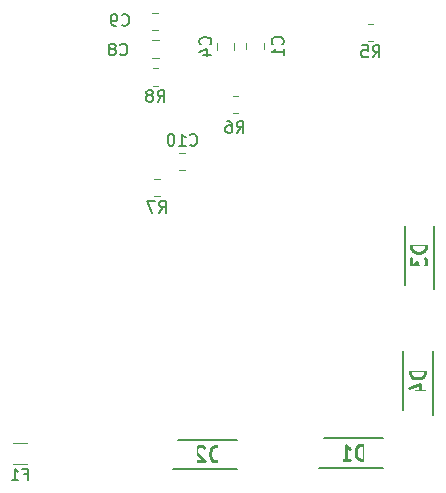
<source format=gbo>
G04 #@! TF.GenerationSoftware,KiCad,Pcbnew,(5.1.8-0-10_14)*
G04 #@! TF.CreationDate,2021-10-21T22:22:27-07:00*
G04 #@! TF.ProjectId,ESP8266_12v_Relay,45535038-3236-4365-9f31-32765f52656c,rev?*
G04 #@! TF.SameCoordinates,Original*
G04 #@! TF.FileFunction,Legend,Bot*
G04 #@! TF.FilePolarity,Positive*
%FSLAX46Y46*%
G04 Gerber Fmt 4.6, Leading zero omitted, Abs format (unit mm)*
G04 Created by KiCad (PCBNEW (5.1.8-0-10_14)) date 2021-10-21 22:22:27*
%MOMM*%
%LPD*%
G01*
G04 APERTURE LIST*
%ADD10C,0.200000*%
%ADD11C,0.120000*%
%ADD12C,0.254000*%
%ADD13C,0.150000*%
%ADD14C,3.716000*%
%ADD15C,1.901600*%
%ADD16O,1.801600X1.801600*%
%ADD17C,1.701600*%
G04 APERTURE END LIST*
D10*
X241007800Y-121414600D02*
X246011800Y-121414600D01*
X246011800Y-123898600D02*
X240609800Y-123898600D01*
X233667400Y-124025600D02*
X228265400Y-124025600D01*
X228663400Y-121541600D02*
X233667400Y-121541600D01*
X250339800Y-103416000D02*
X250339800Y-108818000D01*
X247855800Y-108420000D02*
X247855800Y-103416000D01*
X247754200Y-119062600D02*
X247754200Y-114058600D01*
X250238200Y-114058600D02*
X250238200Y-119460600D01*
D11*
X234469000Y-87974448D02*
X234469000Y-88496952D01*
X235939000Y-87974448D02*
X235939000Y-88496952D01*
X233449800Y-87978348D02*
X233449800Y-88500852D01*
X231979800Y-87978348D02*
X231979800Y-88500852D01*
X227032452Y-89203200D02*
X226509948Y-89203200D01*
X227032452Y-87733200D02*
X226509948Y-87733200D01*
X226981652Y-85371000D02*
X226459148Y-85371000D01*
X226981652Y-86841000D02*
X226459148Y-86841000D01*
X228745148Y-97232800D02*
X229267652Y-97232800D01*
X228745148Y-98702800D02*
X229267652Y-98702800D01*
X244755936Y-86310800D02*
X245210064Y-86310800D01*
X244755936Y-87780800D02*
X245210064Y-87780800D01*
X233780064Y-92406800D02*
X233325936Y-92406800D01*
X233780064Y-93876800D02*
X233325936Y-93876800D01*
X226671136Y-99468000D02*
X227125264Y-99468000D01*
X226671136Y-100938000D02*
X227125264Y-100938000D01*
X226544136Y-91565400D02*
X226998264Y-91565400D01*
X226544136Y-90095400D02*
X226998264Y-90095400D01*
X214688336Y-121797400D02*
X215892464Y-121797400D01*
X214688336Y-123617400D02*
X215892464Y-123617400D01*
D12*
X244447180Y-123231123D02*
X244447180Y-121961123D01*
X244144800Y-121961123D01*
X243963371Y-122021600D01*
X243842419Y-122142552D01*
X243781942Y-122263504D01*
X243721466Y-122505409D01*
X243721466Y-122686838D01*
X243781942Y-122928742D01*
X243842419Y-123049695D01*
X243963371Y-123170647D01*
X244144800Y-123231123D01*
X244447180Y-123231123D01*
X242511942Y-123231123D02*
X243237657Y-123231123D01*
X242874800Y-123231123D02*
X242874800Y-121961123D01*
X242995752Y-122142552D01*
X243116704Y-122263504D01*
X243237657Y-122323980D01*
X232102780Y-123358123D02*
X232102780Y-122088123D01*
X231800400Y-122088123D01*
X231618971Y-122148600D01*
X231498019Y-122269552D01*
X231437542Y-122390504D01*
X231377066Y-122632409D01*
X231377066Y-122813838D01*
X231437542Y-123055742D01*
X231498019Y-123176695D01*
X231618971Y-123297647D01*
X231800400Y-123358123D01*
X232102780Y-123358123D01*
X230893257Y-122209076D02*
X230832780Y-122148600D01*
X230711828Y-122088123D01*
X230409447Y-122088123D01*
X230288495Y-122148600D01*
X230228019Y-122209076D01*
X230167542Y-122330028D01*
X230167542Y-122450980D01*
X230228019Y-122632409D01*
X230953733Y-123358123D01*
X230167542Y-123358123D01*
X249672323Y-104980619D02*
X248402323Y-104980619D01*
X248402323Y-105283000D01*
X248462800Y-105464428D01*
X248583752Y-105585380D01*
X248704704Y-105645857D01*
X248946609Y-105706333D01*
X249128038Y-105706333D01*
X249369942Y-105645857D01*
X249490895Y-105585380D01*
X249611847Y-105464428D01*
X249672323Y-105283000D01*
X249672323Y-104980619D01*
X248402323Y-106129666D02*
X248402323Y-106915857D01*
X248886133Y-106492523D01*
X248886133Y-106673952D01*
X248946609Y-106794904D01*
X249007085Y-106855380D01*
X249128038Y-106915857D01*
X249430419Y-106915857D01*
X249551371Y-106855380D01*
X249611847Y-106794904D01*
X249672323Y-106673952D01*
X249672323Y-106311095D01*
X249611847Y-106190142D01*
X249551371Y-106129666D01*
X249570723Y-115623219D02*
X248300723Y-115623219D01*
X248300723Y-115925600D01*
X248361200Y-116107028D01*
X248482152Y-116227980D01*
X248603104Y-116288457D01*
X248845009Y-116348933D01*
X249026438Y-116348933D01*
X249268342Y-116288457D01*
X249389295Y-116227980D01*
X249510247Y-116107028D01*
X249570723Y-115925600D01*
X249570723Y-115623219D01*
X248724057Y-117437504D02*
X249570723Y-117437504D01*
X248240247Y-117135123D02*
X249147390Y-116832742D01*
X249147390Y-117618933D01*
D13*
X237516942Y-88047533D02*
X237564561Y-87999914D01*
X237612180Y-87857057D01*
X237612180Y-87761819D01*
X237564561Y-87618961D01*
X237469323Y-87523723D01*
X237374085Y-87476104D01*
X237183609Y-87428485D01*
X237040752Y-87428485D01*
X236850276Y-87476104D01*
X236755038Y-87523723D01*
X236659800Y-87618961D01*
X236612180Y-87761819D01*
X236612180Y-87857057D01*
X236659800Y-87999914D01*
X236707419Y-88047533D01*
X237612180Y-88999914D02*
X237612180Y-88428485D01*
X237612180Y-88714200D02*
X236612180Y-88714200D01*
X236755038Y-88618961D01*
X236850276Y-88523723D01*
X236897895Y-88428485D01*
X231391942Y-88072933D02*
X231439561Y-88025314D01*
X231487180Y-87882457D01*
X231487180Y-87787219D01*
X231439561Y-87644361D01*
X231344323Y-87549123D01*
X231249085Y-87501504D01*
X231058609Y-87453885D01*
X230915752Y-87453885D01*
X230725276Y-87501504D01*
X230630038Y-87549123D01*
X230534800Y-87644361D01*
X230487180Y-87787219D01*
X230487180Y-87882457D01*
X230534800Y-88025314D01*
X230582419Y-88072933D01*
X230820514Y-88930076D02*
X231487180Y-88930076D01*
X230439561Y-88691980D02*
X231153847Y-88453885D01*
X231153847Y-89072933D01*
X223762866Y-88901542D02*
X223810485Y-88949161D01*
X223953342Y-88996780D01*
X224048580Y-88996780D01*
X224191438Y-88949161D01*
X224286676Y-88853923D01*
X224334295Y-88758685D01*
X224381914Y-88568209D01*
X224381914Y-88425352D01*
X224334295Y-88234876D01*
X224286676Y-88139638D01*
X224191438Y-88044400D01*
X224048580Y-87996780D01*
X223953342Y-87996780D01*
X223810485Y-88044400D01*
X223762866Y-88092019D01*
X223191438Y-88425352D02*
X223286676Y-88377733D01*
X223334295Y-88330114D01*
X223381914Y-88234876D01*
X223381914Y-88187257D01*
X223334295Y-88092019D01*
X223286676Y-88044400D01*
X223191438Y-87996780D01*
X223000961Y-87996780D01*
X222905723Y-88044400D01*
X222858104Y-88092019D01*
X222810485Y-88187257D01*
X222810485Y-88234876D01*
X222858104Y-88330114D01*
X222905723Y-88377733D01*
X223000961Y-88425352D01*
X223191438Y-88425352D01*
X223286676Y-88472971D01*
X223334295Y-88520590D01*
X223381914Y-88615828D01*
X223381914Y-88806304D01*
X223334295Y-88901542D01*
X223286676Y-88949161D01*
X223191438Y-88996780D01*
X223000961Y-88996780D01*
X222905723Y-88949161D01*
X222858104Y-88901542D01*
X222810485Y-88806304D01*
X222810485Y-88615828D01*
X222858104Y-88520590D01*
X222905723Y-88472971D01*
X223000961Y-88425352D01*
X223915266Y-86412342D02*
X223962885Y-86459961D01*
X224105742Y-86507580D01*
X224200980Y-86507580D01*
X224343838Y-86459961D01*
X224439076Y-86364723D01*
X224486695Y-86269485D01*
X224534314Y-86079009D01*
X224534314Y-85936152D01*
X224486695Y-85745676D01*
X224439076Y-85650438D01*
X224343838Y-85555200D01*
X224200980Y-85507580D01*
X224105742Y-85507580D01*
X223962885Y-85555200D01*
X223915266Y-85602819D01*
X223439076Y-86507580D02*
X223248600Y-86507580D01*
X223153361Y-86459961D01*
X223105742Y-86412342D01*
X223010504Y-86269485D01*
X222962885Y-86079009D01*
X222962885Y-85698057D01*
X223010504Y-85602819D01*
X223058123Y-85555200D01*
X223153361Y-85507580D01*
X223343838Y-85507580D01*
X223439076Y-85555200D01*
X223486695Y-85602819D01*
X223534314Y-85698057D01*
X223534314Y-85936152D01*
X223486695Y-86031390D01*
X223439076Y-86079009D01*
X223343838Y-86126628D01*
X223153361Y-86126628D01*
X223058123Y-86079009D01*
X223010504Y-86031390D01*
X222962885Y-85936152D01*
X229700057Y-96546942D02*
X229747676Y-96594561D01*
X229890533Y-96642180D01*
X229985771Y-96642180D01*
X230128628Y-96594561D01*
X230223866Y-96499323D01*
X230271485Y-96404085D01*
X230319104Y-96213609D01*
X230319104Y-96070752D01*
X230271485Y-95880276D01*
X230223866Y-95785038D01*
X230128628Y-95689800D01*
X229985771Y-95642180D01*
X229890533Y-95642180D01*
X229747676Y-95689800D01*
X229700057Y-95737419D01*
X228747676Y-96642180D02*
X229319104Y-96642180D01*
X229033390Y-96642180D02*
X229033390Y-95642180D01*
X229128628Y-95785038D01*
X229223866Y-95880276D01*
X229319104Y-95927895D01*
X228128628Y-95642180D02*
X228033390Y-95642180D01*
X227938152Y-95689800D01*
X227890533Y-95737419D01*
X227842914Y-95832657D01*
X227795295Y-96023133D01*
X227795295Y-96261228D01*
X227842914Y-96451704D01*
X227890533Y-96546942D01*
X227938152Y-96594561D01*
X228033390Y-96642180D01*
X228128628Y-96642180D01*
X228223866Y-96594561D01*
X228271485Y-96546942D01*
X228319104Y-96451704D01*
X228366723Y-96261228D01*
X228366723Y-96023133D01*
X228319104Y-95832657D01*
X228271485Y-95737419D01*
X228223866Y-95689800D01*
X228128628Y-95642180D01*
X245149666Y-89148180D02*
X245483000Y-88671990D01*
X245721095Y-89148180D02*
X245721095Y-88148180D01*
X245340142Y-88148180D01*
X245244904Y-88195800D01*
X245197285Y-88243419D01*
X245149666Y-88338657D01*
X245149666Y-88481514D01*
X245197285Y-88576752D01*
X245244904Y-88624371D01*
X245340142Y-88671990D01*
X245721095Y-88671990D01*
X244244904Y-88148180D02*
X244721095Y-88148180D01*
X244768714Y-88624371D01*
X244721095Y-88576752D01*
X244625857Y-88529133D01*
X244387761Y-88529133D01*
X244292523Y-88576752D01*
X244244904Y-88624371D01*
X244197285Y-88719609D01*
X244197285Y-88957704D01*
X244244904Y-89052942D01*
X244292523Y-89100561D01*
X244387761Y-89148180D01*
X244625857Y-89148180D01*
X244721095Y-89100561D01*
X244768714Y-89052942D01*
X233643466Y-95549980D02*
X233976800Y-95073790D01*
X234214895Y-95549980D02*
X234214895Y-94549980D01*
X233833942Y-94549980D01*
X233738704Y-94597600D01*
X233691085Y-94645219D01*
X233643466Y-94740457D01*
X233643466Y-94883314D01*
X233691085Y-94978552D01*
X233738704Y-95026171D01*
X233833942Y-95073790D01*
X234214895Y-95073790D01*
X232786323Y-94549980D02*
X232976800Y-94549980D01*
X233072038Y-94597600D01*
X233119657Y-94645219D01*
X233214895Y-94788076D01*
X233262514Y-94978552D01*
X233262514Y-95359504D01*
X233214895Y-95454742D01*
X233167276Y-95502361D01*
X233072038Y-95549980D01*
X232881561Y-95549980D01*
X232786323Y-95502361D01*
X232738704Y-95454742D01*
X232691085Y-95359504D01*
X232691085Y-95121409D01*
X232738704Y-95026171D01*
X232786323Y-94978552D01*
X232881561Y-94930933D01*
X233072038Y-94930933D01*
X233167276Y-94978552D01*
X233214895Y-95026171D01*
X233262514Y-95121409D01*
X227064866Y-102305380D02*
X227398200Y-101829190D01*
X227636295Y-102305380D02*
X227636295Y-101305380D01*
X227255342Y-101305380D01*
X227160104Y-101353000D01*
X227112485Y-101400619D01*
X227064866Y-101495857D01*
X227064866Y-101638714D01*
X227112485Y-101733952D01*
X227160104Y-101781571D01*
X227255342Y-101829190D01*
X227636295Y-101829190D01*
X226731533Y-101305380D02*
X226064866Y-101305380D01*
X226493438Y-102305380D01*
X226937866Y-92932780D02*
X227271200Y-92456590D01*
X227509295Y-92932780D02*
X227509295Y-91932780D01*
X227128342Y-91932780D01*
X227033104Y-91980400D01*
X226985485Y-92028019D01*
X226937866Y-92123257D01*
X226937866Y-92266114D01*
X226985485Y-92361352D01*
X227033104Y-92408971D01*
X227128342Y-92456590D01*
X227509295Y-92456590D01*
X226366438Y-92361352D02*
X226461676Y-92313733D01*
X226509295Y-92266114D01*
X226556914Y-92170876D01*
X226556914Y-92123257D01*
X226509295Y-92028019D01*
X226461676Y-91980400D01*
X226366438Y-91932780D01*
X226175961Y-91932780D01*
X226080723Y-91980400D01*
X226033104Y-92028019D01*
X225985485Y-92123257D01*
X225985485Y-92170876D01*
X226033104Y-92266114D01*
X226080723Y-92313733D01*
X226175961Y-92361352D01*
X226366438Y-92361352D01*
X226461676Y-92408971D01*
X226509295Y-92456590D01*
X226556914Y-92551828D01*
X226556914Y-92742304D01*
X226509295Y-92837542D01*
X226461676Y-92885161D01*
X226366438Y-92932780D01*
X226175961Y-92932780D01*
X226080723Y-92885161D01*
X226033104Y-92837542D01*
X225985485Y-92742304D01*
X225985485Y-92551828D01*
X226033104Y-92456590D01*
X226080723Y-92408971D01*
X226175961Y-92361352D01*
X215623733Y-124455971D02*
X215957066Y-124455971D01*
X215957066Y-124979780D02*
X215957066Y-123979780D01*
X215480876Y-123979780D01*
X214576114Y-124979780D02*
X215147542Y-124979780D01*
X214861828Y-124979780D02*
X214861828Y-123979780D01*
X214957066Y-124122638D01*
X215052304Y-124217876D01*
X215147542Y-124265495D01*
%LPC*%
D14*
X252730000Y-125730000D03*
D15*
X218440000Y-126644400D03*
G36*
G01*
X212489200Y-127544400D02*
X212489200Y-125744400D01*
G75*
G02*
X212540000Y-125693600I50800J0D01*
G01*
X214340000Y-125693600D01*
G75*
G02*
X214390800Y-125744400I0J-50800D01*
G01*
X214390800Y-127544400D01*
G75*
G02*
X214340000Y-127595200I-50800J0D01*
G01*
X212540000Y-127595200D01*
G75*
G02*
X212489200Y-127544400I0J50800D01*
G01*
G37*
D16*
X254965200Y-97942400D03*
X254965200Y-95402400D03*
X254965200Y-92862400D03*
X254965200Y-90322400D03*
X254965200Y-87782400D03*
G36*
G01*
X254064400Y-86092400D02*
X254064400Y-84392400D01*
G75*
G02*
X254115200Y-84341600I50800J0D01*
G01*
X255815200Y-84341600D01*
G75*
G02*
X255866000Y-84392400I0J-50800D01*
G01*
X255866000Y-86092400D01*
G75*
G02*
X255815200Y-86143200I-50800J0D01*
G01*
X254115200Y-86143200D01*
G75*
G02*
X254064400Y-86092400I0J50800D01*
G01*
G37*
D17*
X214314400Y-116586000D03*
G36*
G01*
X217665200Y-115786000D02*
X217665200Y-117386000D01*
G75*
G02*
X217614400Y-117436800I-50800J0D01*
G01*
X216014400Y-117436800D01*
G75*
G02*
X215963600Y-117386000I0J50800D01*
G01*
X215963600Y-115786000D01*
G75*
G02*
X216014400Y-115735200I50800J0D01*
G01*
X217614400Y-115735200D01*
G75*
G02*
X217665200Y-115786000I0J-50800D01*
G01*
G37*
G36*
G01*
X221896400Y-117233600D02*
X221896400Y-115633600D01*
G75*
G02*
X221947200Y-115582800I50800J0D01*
G01*
X223547200Y-115582800D01*
G75*
G02*
X223598000Y-115633600I0J-50800D01*
G01*
X223598000Y-117233600D01*
G75*
G02*
X223547200Y-117284400I-50800J0D01*
G01*
X221947200Y-117284400D01*
G75*
G02*
X221896400Y-117233600I0J50800D01*
G01*
G37*
X225247200Y-116433600D03*
D14*
X207772000Y-80772000D03*
G36*
G01*
X244434800Y-121755800D02*
X246684800Y-121755800D01*
G75*
G02*
X246735600Y-121806600I0J-50800D01*
G01*
X246735600Y-123506600D01*
G75*
G02*
X246684800Y-123557400I-50800J0D01*
G01*
X244434800Y-123557400D01*
G75*
G02*
X244384000Y-123506600I0J50800D01*
G01*
X244384000Y-121806600D01*
G75*
G02*
X244434800Y-121755800I50800J0D01*
G01*
G37*
G36*
G01*
X240334800Y-121755800D02*
X242584800Y-121755800D01*
G75*
G02*
X242635600Y-121806600I0J-50800D01*
G01*
X242635600Y-123506600D01*
G75*
G02*
X242584800Y-123557400I-50800J0D01*
G01*
X240334800Y-123557400D01*
G75*
G02*
X240284000Y-123506600I0J50800D01*
G01*
X240284000Y-121806600D01*
G75*
G02*
X240334800Y-121755800I50800J0D01*
G01*
G37*
G36*
G01*
X227990400Y-121882800D02*
X230240400Y-121882800D01*
G75*
G02*
X230291200Y-121933600I0J-50800D01*
G01*
X230291200Y-123633600D01*
G75*
G02*
X230240400Y-123684400I-50800J0D01*
G01*
X227990400Y-123684400D01*
G75*
G02*
X227939600Y-123633600I0J50800D01*
G01*
X227939600Y-121933600D01*
G75*
G02*
X227990400Y-121882800I50800J0D01*
G01*
G37*
G36*
G01*
X232090400Y-121882800D02*
X234340400Y-121882800D01*
G75*
G02*
X234391200Y-121933600I0J-50800D01*
G01*
X234391200Y-123633600D01*
G75*
G02*
X234340400Y-123684400I-50800J0D01*
G01*
X232090400Y-123684400D01*
G75*
G02*
X232039600Y-123633600I0J50800D01*
G01*
X232039600Y-121933600D01*
G75*
G02*
X232090400Y-121882800I50800J0D01*
G01*
G37*
D15*
X245969800Y-126669800D03*
G36*
G01*
X240019000Y-127569800D02*
X240019000Y-125769800D01*
G75*
G02*
X240069800Y-125719000I50800J0D01*
G01*
X241869800Y-125719000D01*
G75*
G02*
X241920600Y-125769800I0J-50800D01*
G01*
X241920600Y-127569800D01*
G75*
G02*
X241869800Y-127620600I-50800J0D01*
G01*
X240069800Y-127620600D01*
G75*
G02*
X240019000Y-127569800I0J50800D01*
G01*
G37*
G36*
G01*
X227776200Y-127569800D02*
X227776200Y-125769800D01*
G75*
G02*
X227827000Y-125719000I50800J0D01*
G01*
X229627000Y-125719000D01*
G75*
G02*
X229677800Y-125769800I0J-50800D01*
G01*
X229677800Y-127569800D01*
G75*
G02*
X229627000Y-127620600I-50800J0D01*
G01*
X227827000Y-127620600D01*
G75*
G02*
X227776200Y-127569800I0J50800D01*
G01*
G37*
X233727000Y-126669800D03*
G36*
G01*
X248197000Y-104993000D02*
X248197000Y-102743000D01*
G75*
G02*
X248247800Y-102692200I50800J0D01*
G01*
X249947800Y-102692200D01*
G75*
G02*
X249998600Y-102743000I0J-50800D01*
G01*
X249998600Y-104993000D01*
G75*
G02*
X249947800Y-105043800I-50800J0D01*
G01*
X248247800Y-105043800D01*
G75*
G02*
X248197000Y-104993000I0J50800D01*
G01*
G37*
G36*
G01*
X248197000Y-109093000D02*
X248197000Y-106843000D01*
G75*
G02*
X248247800Y-106792200I50800J0D01*
G01*
X249947800Y-106792200D01*
G75*
G02*
X249998600Y-106843000I0J-50800D01*
G01*
X249998600Y-109093000D01*
G75*
G02*
X249947800Y-109143800I-50800J0D01*
G01*
X248247800Y-109143800D01*
G75*
G02*
X248197000Y-109093000I0J50800D01*
G01*
G37*
G36*
G01*
X248095400Y-119735600D02*
X248095400Y-117485600D01*
G75*
G02*
X248146200Y-117434800I50800J0D01*
G01*
X249846200Y-117434800D01*
G75*
G02*
X249897000Y-117485600I0J-50800D01*
G01*
X249897000Y-119735600D01*
G75*
G02*
X249846200Y-119786400I-50800J0D01*
G01*
X248146200Y-119786400D01*
G75*
G02*
X248095400Y-119735600I0J50800D01*
G01*
G37*
G36*
G01*
X248095400Y-115635600D02*
X248095400Y-113385600D01*
G75*
G02*
X248146200Y-113334800I50800J0D01*
G01*
X249846200Y-113334800D01*
G75*
G02*
X249897000Y-113385600I0J-50800D01*
G01*
X249897000Y-115635600D01*
G75*
G02*
X249846200Y-115686400I-50800J0D01*
G01*
X248146200Y-115686400D01*
G75*
G02*
X248095400Y-115635600I0J50800D01*
G01*
G37*
X253619000Y-103280200D03*
G36*
G01*
X254519000Y-109231000D02*
X252719000Y-109231000D01*
G75*
G02*
X252668200Y-109180200I0J50800D01*
G01*
X252668200Y-107380200D01*
G75*
G02*
X252719000Y-107329400I50800J0D01*
G01*
X254519000Y-107329400D01*
G75*
G02*
X254569800Y-107380200I0J-50800D01*
G01*
X254569800Y-109180200D01*
G75*
G02*
X254519000Y-109231000I-50800J0D01*
G01*
G37*
G36*
G01*
X254493600Y-119772000D02*
X252693600Y-119772000D01*
G75*
G02*
X252642800Y-119721200I0J50800D01*
G01*
X252642800Y-117921200D01*
G75*
G02*
X252693600Y-117870400I50800J0D01*
G01*
X254493600Y-117870400D01*
G75*
G02*
X254544400Y-117921200I0J-50800D01*
G01*
X254544400Y-119721200D01*
G75*
G02*
X254493600Y-119772000I-50800J0D01*
G01*
G37*
X253593600Y-113821200D03*
G36*
G01*
X223355800Y-94247600D02*
X225055800Y-94247600D01*
G75*
G02*
X225106600Y-94298400I0J-50800D01*
G01*
X225106600Y-95998400D01*
G75*
G02*
X225055800Y-96049200I-50800J0D01*
G01*
X223355800Y-96049200D01*
G75*
G02*
X223305000Y-95998400I0J50800D01*
G01*
X223305000Y-94298400D01*
G75*
G02*
X223355800Y-94247600I50800J0D01*
G01*
G37*
D16*
X221665800Y-95148400D03*
G36*
G01*
X234699817Y-88634900D02*
X235708183Y-88634900D01*
G75*
G02*
X235979800Y-88906517I0J-271617D01*
G01*
X235979800Y-89639883D01*
G75*
G02*
X235708183Y-89911500I-271617J0D01*
G01*
X234699817Y-89911500D01*
G75*
G02*
X234428200Y-89639883I0J271617D01*
G01*
X234428200Y-88906517D01*
G75*
G02*
X234699817Y-88634900I271617J0D01*
G01*
G37*
G36*
G01*
X234699817Y-86559900D02*
X235708183Y-86559900D01*
G75*
G02*
X235979800Y-86831517I0J-271617D01*
G01*
X235979800Y-87564883D01*
G75*
G02*
X235708183Y-87836500I-271617J0D01*
G01*
X234699817Y-87836500D01*
G75*
G02*
X234428200Y-87564883I0J271617D01*
G01*
X234428200Y-86831517D01*
G75*
G02*
X234699817Y-86559900I271617J0D01*
G01*
G37*
G36*
G01*
X232210617Y-86563800D02*
X233218983Y-86563800D01*
G75*
G02*
X233490600Y-86835417I0J-271617D01*
G01*
X233490600Y-87568783D01*
G75*
G02*
X233218983Y-87840400I-271617J0D01*
G01*
X232210617Y-87840400D01*
G75*
G02*
X231939000Y-87568783I0J271617D01*
G01*
X231939000Y-86835417D01*
G75*
G02*
X232210617Y-86563800I271617J0D01*
G01*
G37*
G36*
G01*
X232210617Y-88638800D02*
X233218983Y-88638800D01*
G75*
G02*
X233490600Y-88910417I0J-271617D01*
G01*
X233490600Y-89643783D01*
G75*
G02*
X233218983Y-89915400I-271617J0D01*
G01*
X232210617Y-89915400D01*
G75*
G02*
X231939000Y-89643783I0J271617D01*
G01*
X231939000Y-88910417D01*
G75*
G02*
X232210617Y-88638800I271617J0D01*
G01*
G37*
G36*
G01*
X228447000Y-87964017D02*
X228447000Y-88972383D01*
G75*
G02*
X228175383Y-89244000I-271617J0D01*
G01*
X227442017Y-89244000D01*
G75*
G02*
X227170400Y-88972383I0J271617D01*
G01*
X227170400Y-87964017D01*
G75*
G02*
X227442017Y-87692400I271617J0D01*
G01*
X228175383Y-87692400D01*
G75*
G02*
X228447000Y-87964017I0J-271617D01*
G01*
G37*
G36*
G01*
X226372000Y-87964017D02*
X226372000Y-88972383D01*
G75*
G02*
X226100383Y-89244000I-271617J0D01*
G01*
X225367017Y-89244000D01*
G75*
G02*
X225095400Y-88972383I0J271617D01*
G01*
X225095400Y-87964017D01*
G75*
G02*
X225367017Y-87692400I271617J0D01*
G01*
X226100383Y-87692400D01*
G75*
G02*
X226372000Y-87964017I0J-271617D01*
G01*
G37*
G36*
G01*
X226321200Y-85601817D02*
X226321200Y-86610183D01*
G75*
G02*
X226049583Y-86881800I-271617J0D01*
G01*
X225316217Y-86881800D01*
G75*
G02*
X225044600Y-86610183I0J271617D01*
G01*
X225044600Y-85601817D01*
G75*
G02*
X225316217Y-85330200I271617J0D01*
G01*
X226049583Y-85330200D01*
G75*
G02*
X226321200Y-85601817I0J-271617D01*
G01*
G37*
G36*
G01*
X228396200Y-85601817D02*
X228396200Y-86610183D01*
G75*
G02*
X228124583Y-86881800I-271617J0D01*
G01*
X227391217Y-86881800D01*
G75*
G02*
X227119600Y-86610183I0J271617D01*
G01*
X227119600Y-85601817D01*
G75*
G02*
X227391217Y-85330200I271617J0D01*
G01*
X228124583Y-85330200D01*
G75*
G02*
X228396200Y-85601817I0J-271617D01*
G01*
G37*
G36*
G01*
X227330600Y-98471983D02*
X227330600Y-97463617D01*
G75*
G02*
X227602217Y-97192000I271617J0D01*
G01*
X228335583Y-97192000D01*
G75*
G02*
X228607200Y-97463617I0J-271617D01*
G01*
X228607200Y-98471983D01*
G75*
G02*
X228335583Y-98743600I-271617J0D01*
G01*
X227602217Y-98743600D01*
G75*
G02*
X227330600Y-98471983I0J271617D01*
G01*
G37*
G36*
G01*
X229405600Y-98471983D02*
X229405600Y-97463617D01*
G75*
G02*
X229677217Y-97192000I271617J0D01*
G01*
X230410583Y-97192000D01*
G75*
G02*
X230682200Y-97463617I0J-271617D01*
G01*
X230682200Y-98471983D01*
G75*
G02*
X230410583Y-98743600I-271617J0D01*
G01*
X229677217Y-98743600D01*
G75*
G02*
X229405600Y-98471983I0J271617D01*
G01*
G37*
G36*
G01*
X243332200Y-87525435D02*
X243332200Y-86566165D01*
G75*
G02*
X243603365Y-86295000I271165J0D01*
G01*
X244362635Y-86295000D01*
G75*
G02*
X244633800Y-86566165I0J-271165D01*
G01*
X244633800Y-87525435D01*
G75*
G02*
X244362635Y-87796600I-271165J0D01*
G01*
X243603365Y-87796600D01*
G75*
G02*
X243332200Y-87525435I0J271165D01*
G01*
G37*
G36*
G01*
X245332200Y-87525435D02*
X245332200Y-86566165D01*
G75*
G02*
X245603365Y-86295000I271165J0D01*
G01*
X246362635Y-86295000D01*
G75*
G02*
X246633800Y-86566165I0J-271165D01*
G01*
X246633800Y-87525435D01*
G75*
G02*
X246362635Y-87796600I-271165J0D01*
G01*
X245603365Y-87796600D01*
G75*
G02*
X245332200Y-87525435I0J271165D01*
G01*
G37*
G36*
G01*
X233203800Y-92662165D02*
X233203800Y-93621435D01*
G75*
G02*
X232932635Y-93892600I-271165J0D01*
G01*
X232173365Y-93892600D01*
G75*
G02*
X231902200Y-93621435I0J271165D01*
G01*
X231902200Y-92662165D01*
G75*
G02*
X232173365Y-92391000I271165J0D01*
G01*
X232932635Y-92391000D01*
G75*
G02*
X233203800Y-92662165I0J-271165D01*
G01*
G37*
G36*
G01*
X235203800Y-92662165D02*
X235203800Y-93621435D01*
G75*
G02*
X234932635Y-93892600I-271165J0D01*
G01*
X234173365Y-93892600D01*
G75*
G02*
X233902200Y-93621435I0J271165D01*
G01*
X233902200Y-92662165D01*
G75*
G02*
X234173365Y-92391000I271165J0D01*
G01*
X234932635Y-92391000D01*
G75*
G02*
X235203800Y-92662165I0J-271165D01*
G01*
G37*
G36*
G01*
X225247400Y-100682635D02*
X225247400Y-99723365D01*
G75*
G02*
X225518565Y-99452200I271165J0D01*
G01*
X226277835Y-99452200D01*
G75*
G02*
X226549000Y-99723365I0J-271165D01*
G01*
X226549000Y-100682635D01*
G75*
G02*
X226277835Y-100953800I-271165J0D01*
G01*
X225518565Y-100953800D01*
G75*
G02*
X225247400Y-100682635I0J271165D01*
G01*
G37*
G36*
G01*
X227247400Y-100682635D02*
X227247400Y-99723365D01*
G75*
G02*
X227518565Y-99452200I271165J0D01*
G01*
X228277835Y-99452200D01*
G75*
G02*
X228549000Y-99723365I0J-271165D01*
G01*
X228549000Y-100682635D01*
G75*
G02*
X228277835Y-100953800I-271165J0D01*
G01*
X227518565Y-100953800D01*
G75*
G02*
X227247400Y-100682635I0J271165D01*
G01*
G37*
G36*
G01*
X227120400Y-91310035D02*
X227120400Y-90350765D01*
G75*
G02*
X227391565Y-90079600I271165J0D01*
G01*
X228150835Y-90079600D01*
G75*
G02*
X228422000Y-90350765I0J-271165D01*
G01*
X228422000Y-91310035D01*
G75*
G02*
X228150835Y-91581200I-271165J0D01*
G01*
X227391565Y-91581200D01*
G75*
G02*
X227120400Y-91310035I0J271165D01*
G01*
G37*
G36*
G01*
X225120400Y-91310035D02*
X225120400Y-90350765D01*
G75*
G02*
X225391565Y-90079600I271165J0D01*
G01*
X226150835Y-90079600D01*
G75*
G02*
X226422000Y-90350765I0J-271165D01*
G01*
X226422000Y-91310035D01*
G75*
G02*
X226150835Y-91581200I-271165J0D01*
G01*
X225391565Y-91581200D01*
G75*
G02*
X225120400Y-91310035I0J271165D01*
G01*
G37*
G36*
G01*
X213039600Y-123365376D02*
X213039600Y-122049424D01*
G75*
G02*
X213307424Y-121781600I267824J0D01*
G01*
X214298376Y-121781600D01*
G75*
G02*
X214566200Y-122049424I0J-267824D01*
G01*
X214566200Y-123365376D01*
G75*
G02*
X214298376Y-123633200I-267824J0D01*
G01*
X213307424Y-123633200D01*
G75*
G02*
X213039600Y-123365376I0J267824D01*
G01*
G37*
G36*
G01*
X216014600Y-123365376D02*
X216014600Y-122049424D01*
G75*
G02*
X216282424Y-121781600I267824J0D01*
G01*
X217273376Y-121781600D01*
G75*
G02*
X217541200Y-122049424I0J-267824D01*
G01*
X217541200Y-123365376D01*
G75*
G02*
X217273376Y-123633200I-267824J0D01*
G01*
X216282424Y-123633200D01*
G75*
G02*
X216014600Y-123365376I0J267824D01*
G01*
G37*
M02*

</source>
